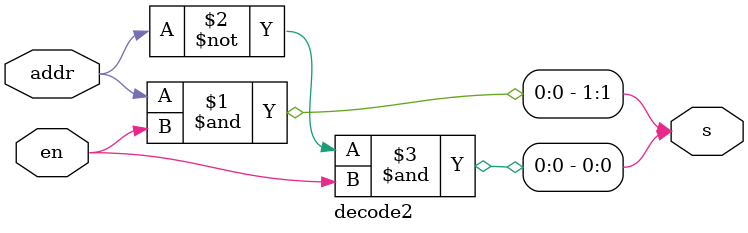
<source format=v>
module decode32(input [4:0] addr,output [31:0] s);
    decode16 h1(addr[3:0],addr[4],s[31:16]);
    decode16 h2(addr[3:0],~addr[4],s[15:0]);
endmodule

module decode16(input [3:0]addr,input en,output [15:0] s);
    and(enable_h1,en,addr[3]);
    and(enable_h2,en,~addr[3]);
    decode8 h1(addr[2:0],enable_h1,s[15:8]);
    decode8 h2(addr[2:0],enable_h2,s[7:0]);
endmodule

module decode8(input [2:0]addr,input en,output [7:0] s);
    and(enable,en,addr[2]);
    decode4 h1(addr[1:0],enable,s[7:4]);
    decode4 h2(addr[1:0],~enable & en,s[3:0]);
endmodule

module decode4(input [1:0]addr,input en,output [3:0] s);
    and(enable,en,addr[1]);
    decode2 h1(addr[0],enable,s[3:2]);
    decode2 h2(addr[0],~enable & en,s[1:0]);
endmodule

module decode2(input addr,input en,output [1:0] s);
    and(s[1],addr,en);
    and(s[0],~addr,en);
endmodule

// en addr[1] finen 
// 0   0       0
// 0   1       0
// 1   0       0
// 1   1       1
</source>
